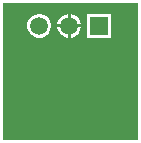
<source format=gbr>
G04*
G04 #@! TF.GenerationSoftware,Altium Limited,Altium Designer,25.0.2 (28)*
G04*
G04 Layer_Physical_Order=2*
G04 Layer_Color=16711680*
%FSLAX25Y25*%
%MOIN*%
G70*
G04*
G04 #@! TF.SameCoordinates,04528678-07C5-4B7D-9F9D-9FCF3C40A8B5*
G04*
G04*
G04 #@! TF.FilePolarity,Positive*
G04*
G01*
G75*
%ADD23C,0.05906*%
%ADD24R,0.05906X0.05906*%
G36*
X46471Y1529D02*
X1529D01*
Y46971D01*
X46471D01*
Y1529D01*
D02*
G37*
%LPC*%
G36*
X24020Y43453D02*
X24000D01*
Y40000D01*
X27453D01*
Y40020D01*
X27183Y41026D01*
X26663Y41927D01*
X25927Y42663D01*
X25026Y43183D01*
X24020Y43453D01*
D02*
G37*
G36*
X23000D02*
X22980D01*
X21974Y43183D01*
X21073Y42663D01*
X20337Y41927D01*
X19817Y41026D01*
X19547Y40020D01*
Y40000D01*
X23000D01*
Y43453D01*
D02*
G37*
G36*
X37453D02*
X29547D01*
Y35547D01*
X37453D01*
Y43453D01*
D02*
G37*
G36*
X27453Y39000D02*
X24000D01*
Y35547D01*
X24020D01*
X25026Y35817D01*
X25927Y36337D01*
X26663Y37073D01*
X27183Y37974D01*
X27453Y38980D01*
Y39000D01*
D02*
G37*
G36*
X23000D02*
X19547D01*
Y38980D01*
X19817Y37974D01*
X20337Y37073D01*
X21073Y36337D01*
X21974Y35817D01*
X22980Y35547D01*
X23000D01*
Y39000D01*
D02*
G37*
G36*
X14020Y43453D02*
X12980D01*
X11974Y43183D01*
X11073Y42663D01*
X10337Y41927D01*
X9817Y41026D01*
X9547Y40020D01*
Y38980D01*
X9817Y37974D01*
X10337Y37073D01*
X11073Y36337D01*
X11974Y35817D01*
X12980Y35547D01*
X14020D01*
X15026Y35817D01*
X15927Y36337D01*
X16663Y37073D01*
X17183Y37974D01*
X17453Y38980D01*
Y40020D01*
X17183Y41026D01*
X16663Y41927D01*
X15927Y42663D01*
X15026Y43183D01*
X14020Y43453D01*
D02*
G37*
%LPD*%
D23*
X13500Y39500D02*
D03*
X23500D02*
D03*
D24*
X33500D02*
D03*
M02*

</source>
